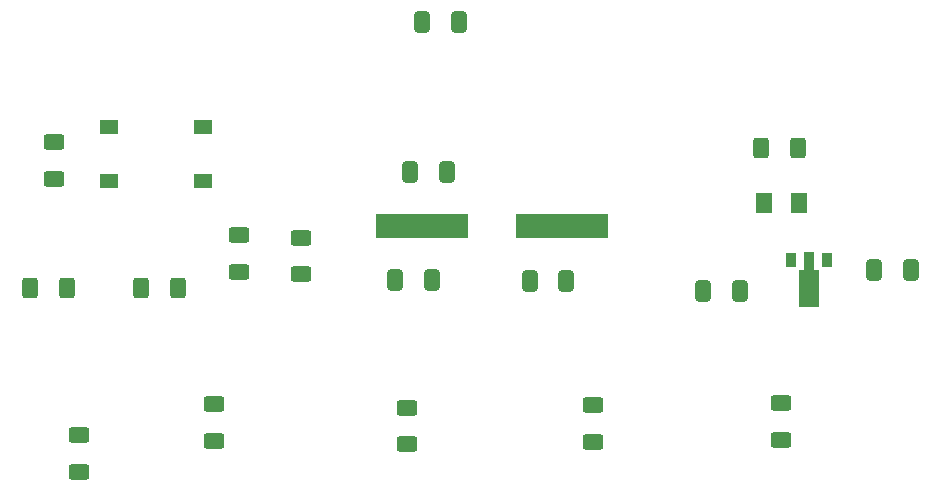
<source format=gbr>
%TF.GenerationSoftware,KiCad,Pcbnew,(6.0.1)*%
%TF.CreationDate,2023-04-26T14:09:52-06:00*%
%TF.ProjectId,Device_Design,44657669-6365-45f4-9465-7369676e2e6b,02*%
%TF.SameCoordinates,Original*%
%TF.FileFunction,Paste,Top*%
%TF.FilePolarity,Positive*%
%FSLAX46Y46*%
G04 Gerber Fmt 4.6, Leading zero omitted, Abs format (unit mm)*
G04 Created by KiCad (PCBNEW (6.0.1)) date 2023-04-26 14:09:52*
%MOMM*%
%LPD*%
G01*
G04 APERTURE LIST*
G04 Aperture macros list*
%AMRoundRect*
0 Rectangle with rounded corners*
0 $1 Rounding radius*
0 $2 $3 $4 $5 $6 $7 $8 $9 X,Y pos of 4 corners*
0 Add a 4 corners polygon primitive as box body*
4,1,4,$2,$3,$4,$5,$6,$7,$8,$9,$2,$3,0*
0 Add four circle primitives for the rounded corners*
1,1,$1+$1,$2,$3*
1,1,$1+$1,$4,$5*
1,1,$1+$1,$6,$7*
1,1,$1+$1,$8,$9*
0 Add four rect primitives between the rounded corners*
20,1,$1+$1,$2,$3,$4,$5,0*
20,1,$1+$1,$4,$5,$6,$7,0*
20,1,$1+$1,$6,$7,$8,$9,0*
20,1,$1+$1,$8,$9,$2,$3,0*%
%AMFreePoly0*
4,1,9,3.862500,-0.866500,0.737500,-0.866500,0.737500,-0.450000,-0.737500,-0.450000,-0.737500,0.450000,0.737500,0.450000,0.737500,0.866500,3.862500,0.866500,3.862500,-0.866500,3.862500,-0.866500,$1*%
G04 Aperture macros list end*
%ADD10RoundRect,0.250000X-0.625000X0.400000X-0.625000X-0.400000X0.625000X-0.400000X0.625000X0.400000X0*%
%ADD11R,0.900000X1.300000*%
%ADD12FreePoly0,270.000000*%
%ADD13RoundRect,0.250001X0.462499X0.624999X-0.462499X0.624999X-0.462499X-0.624999X0.462499X-0.624999X0*%
%ADD14R,1.550000X1.300000*%
%ADD15RoundRect,0.250000X-0.400000X-0.625000X0.400000X-0.625000X0.400000X0.625000X-0.400000X0.625000X0*%
%ADD16RoundRect,0.250000X0.625000X-0.400000X0.625000X0.400000X-0.625000X0.400000X-0.625000X-0.400000X0*%
%ADD17RoundRect,0.250000X-0.412500X-0.650000X0.412500X-0.650000X0.412500X0.650000X-0.412500X0.650000X0*%
%ADD18RoundRect,0.250000X0.412500X0.650000X-0.412500X0.650000X-0.412500X-0.650000X0.412500X-0.650000X0*%
%ADD19RoundRect,0.250000X0.400000X0.625000X-0.400000X0.625000X-0.400000X-0.625000X0.400000X-0.625000X0*%
%ADD20R,7.875000X2.000000*%
G04 APERTURE END LIST*
D10*
%TO.C,R11*%
X147400000Y-94750000D03*
X147400000Y-97850000D03*
%TD*%
%TO.C,R10*%
X131500000Y-98050000D03*
X131500000Y-94950000D03*
%TD*%
%TO.C,R9*%
X115800000Y-95150000D03*
X115800000Y-98250000D03*
%TD*%
%TO.C,R8*%
X99400000Y-94850000D03*
X99400000Y-97950000D03*
%TD*%
%TO.C,R7*%
X88000000Y-97450000D03*
X88000000Y-100550000D03*
%TD*%
D11*
%TO.C,U2*%
X151300000Y-82650000D03*
D12*
X149800000Y-82737500D03*
D11*
X148300000Y-82650000D03*
%TD*%
D13*
%TO.C,D1*%
X148987500Y-77800000D03*
X146012500Y-77800000D03*
%TD*%
D14*
%TO.C,SW2*%
X98468000Y-75910000D03*
X90508000Y-75910000D03*
X90508000Y-71410000D03*
X98468000Y-71410000D03*
%TD*%
D15*
%TO.C,R2*%
X83850000Y-85000000D03*
X86950000Y-85000000D03*
%TD*%
D16*
%TO.C,R6*%
X101500000Y-83650000D03*
X101500000Y-80550000D03*
%TD*%
D17*
%TO.C,C6*%
X117065500Y-62484000D03*
X120190500Y-62484000D03*
%TD*%
D18*
%TO.C,C5*%
X143962500Y-85300000D03*
X140837500Y-85300000D03*
%TD*%
D19*
%TO.C,R4*%
X96350000Y-85000000D03*
X93250000Y-85000000D03*
%TD*%
D18*
%TO.C,C3*%
X129262500Y-84400000D03*
X126137500Y-84400000D03*
%TD*%
D10*
%TO.C,R3*%
X85900000Y-72650000D03*
X85900000Y-75750000D03*
%TD*%
D16*
%TO.C,R5*%
X106800000Y-83850000D03*
X106800000Y-80750000D03*
%TD*%
D18*
%TO.C,C2*%
X114769500Y-84328000D03*
X117894500Y-84328000D03*
%TD*%
D19*
%TO.C,R1*%
X148870000Y-73152000D03*
X145770000Y-73152000D03*
%TD*%
D18*
%TO.C,C4*%
X119174500Y-75184000D03*
X116049500Y-75184000D03*
%TD*%
D17*
%TO.C,C1*%
X155337500Y-83500000D03*
X158462500Y-83500000D03*
%TD*%
D20*
%TO.C,Y1*%
X128873500Y-79756000D03*
X116998500Y-79756000D03*
%TD*%
M02*

</source>
